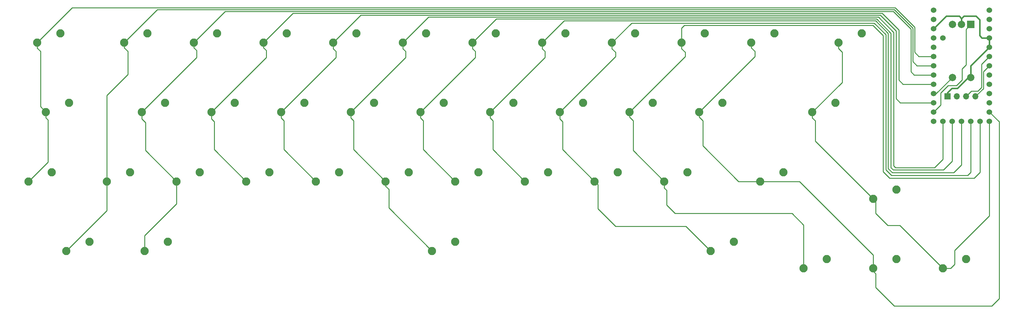
<source format=gtl>
%TF.GenerationSoftware,KiCad,Pcbnew,(6.0.10)*%
%TF.CreationDate,2023-02-19T17:52:48+11:00*%
%TF.ProjectId,whykb,7768796b-622e-46b6-9963-61645f706362,REV1*%
%TF.SameCoordinates,Original*%
%TF.FileFunction,Copper,L1,Top*%
%TF.FilePolarity,Positive*%
%FSLAX46Y46*%
G04 Gerber Fmt 4.6, Leading zero omitted, Abs format (unit mm)*
G04 Created by KiCad (PCBNEW (6.0.10)) date 2023-02-19 17:52:48*
%MOMM*%
%LPD*%
G01*
G04 APERTURE LIST*
%TA.AperFunction,ComponentPad*%
%ADD10C,2.250000*%
%TD*%
%TA.AperFunction,ComponentPad*%
%ADD11R,2.000000X2.000000*%
%TD*%
%TA.AperFunction,ComponentPad*%
%ADD12C,2.000000*%
%TD*%
%TA.AperFunction,ComponentPad*%
%ADD13R,1.700000X1.700000*%
%TD*%
%TA.AperFunction,ComponentPad*%
%ADD14O,1.700000X1.700000*%
%TD*%
%TA.AperFunction,ComponentPad*%
%ADD15C,1.524000*%
%TD*%
%TA.AperFunction,Conductor*%
%ADD16C,0.254000*%
%TD*%
%TA.AperFunction,Conductor*%
%ADD17C,0.381000*%
%TD*%
G04 APERTURE END LIST*
D10*
%TO.P,K40,2*%
%TO.N,Net-(D40-Pad2)*%
X202565000Y-171595000D03*
%TO.P,K40,1*%
%TO.N,col6*%
X196215000Y-174135000D03*
%TD*%
%TO.P,K30,1*%
%TO.N,col6*%
X183515000Y-155085000D03*
%TO.P,K30,2*%
%TO.N,Net-(D30-Pad2)*%
X189865000Y-152545000D03*
%TD*%
%TO.P,K22,1*%
%TO.N,col9*%
X116840000Y-136035000D03*
%TO.P,K22,2*%
%TO.N,Net-(D22-Pad2)*%
X123190000Y-133495000D03*
%TD*%
%TO.P,K37,1*%
%TO.N,col1*%
X316865000Y-178897500D03*
%TO.P,K37,2*%
%TO.N,Net-(D37-Pad2)*%
X323215000Y-176357500D03*
%TD*%
%TO.P,K17,1*%
%TO.N,col4*%
X212090000Y-136035000D03*
%TO.P,K17,2*%
%TO.N,Net-(D17-Pad2)*%
X218440000Y-133495000D03*
%TD*%
%TO.P,K1,1*%
%TO.N,col0*%
X307340000Y-116985000D03*
%TO.P,K1,2*%
%TO.N,Net-(D1-Pad2)*%
X313690000Y-114445000D03*
%TD*%
%TO.P,K8,1*%
%TO.N,col7*%
X169227500Y-116985000D03*
%TO.P,K8,2*%
%TO.N,Net-(D8-Pad2)*%
X175577500Y-114445000D03*
%TD*%
%TO.P,K41,1*%
%TO.N,col9*%
X117633750Y-174135000D03*
%TO.P,K41,2*%
%TO.N,Net-(D41-Pad2)*%
X123983750Y-171595000D03*
%TD*%
%TO.P,K13,1*%
%TO.N,col0*%
X300196250Y-136035000D03*
%TO.P,K13,2*%
%TO.N,Net-(D13-Pad2)*%
X306546250Y-133495000D03*
%TD*%
%TO.P,K16,1*%
%TO.N,col3*%
X231140000Y-136035000D03*
%TO.P,K16,2*%
%TO.N,Net-(D16-Pad2)*%
X237490000Y-133495000D03*
%TD*%
%TO.P,K19,1*%
%TO.N,col6*%
X173990000Y-136035000D03*
%TO.P,K19,2*%
%TO.N,Net-(D19-Pad2)*%
X180340000Y-133495000D03*
%TD*%
%TO.P,K9,1*%
%TO.N,col8*%
X150177500Y-116985000D03*
%TO.P,K9,2*%
%TO.N,Net-(D9-Pad2)*%
X156527500Y-114445000D03*
%TD*%
%TO.P,K4,1*%
%TO.N,col3*%
X245427500Y-116985000D03*
%TO.P,K4,2*%
%TO.N,Net-(D4-Pad2)*%
X251777500Y-114445000D03*
%TD*%
%TO.P,K5,1*%
%TO.N,col4*%
X226377500Y-116985000D03*
%TO.P,K5,2*%
%TO.N,Net-(D5-Pad2)*%
X232727500Y-114445000D03*
%TD*%
%TO.P,K26,1*%
%TO.N,col2*%
X259715000Y-155085000D03*
%TO.P,K26,2*%
%TO.N,Net-(D26-Pad2)*%
X266065000Y-152545000D03*
%TD*%
%TO.P,K23,1*%
%TO.N,col11*%
X90646250Y-136035000D03*
%TO.P,K23,2*%
%TO.N,Net-(D23-Pad2)*%
X96996250Y-133495000D03*
%TD*%
%TO.P,K36,1*%
%TO.N,col0*%
X335915000Y-178897500D03*
%TO.P,K36,2*%
%TO.N,Net-(D36-Pad2)*%
X342265000Y-176357500D03*
%TD*%
%TO.P,K35,1*%
%TO.N,col11*%
X85883750Y-155085000D03*
%TO.P,K35,2*%
%TO.N,Net-(D35-Pad2)*%
X92233750Y-152545000D03*
%TD*%
%TO.P,K31,1*%
%TO.N,col7*%
X164465000Y-155085000D03*
%TO.P,K31,2*%
%TO.N,Net-(D31-Pad2)*%
X170815000Y-152545000D03*
%TD*%
%TO.P,K25,1*%
%TO.N,col1*%
X285908750Y-155085000D03*
%TO.P,K25,2*%
%TO.N,Net-(D25-Pad2)*%
X292258750Y-152545000D03*
%TD*%
%TO.P,K7,1*%
%TO.N,col6*%
X188277500Y-116985000D03*
%TO.P,K7,2*%
%TO.N,Net-(D7-Pad2)*%
X194627500Y-114445000D03*
%TD*%
%TO.P,K2,1*%
%TO.N,col1*%
X283527500Y-116985000D03*
%TO.P,K2,2*%
%TO.N,Net-(D2-Pad2)*%
X289877500Y-114445000D03*
%TD*%
%TO.P,K38,1*%
%TO.N,col2*%
X297815000Y-178897500D03*
%TO.P,K38,2*%
%TO.N,Net-(D38-Pad2)*%
X304165000Y-176357500D03*
%TD*%
%TO.P,K14,1*%
%TO.N,col1*%
X269240000Y-136035000D03*
%TO.P,K14,2*%
%TO.N,Net-(D14-Pad2)*%
X275590000Y-133495000D03*
%TD*%
%TO.P,K28,1*%
%TO.N,col4*%
X221615000Y-155085000D03*
%TO.P,K28,2*%
%TO.N,Net-(D28-Pad2)*%
X227965000Y-152545000D03*
%TD*%
%TO.P,K3,1*%
%TO.N,col2*%
X264477500Y-116985000D03*
%TO.P,K3,2*%
%TO.N,Net-(D3-Pad2)*%
X270827500Y-114445000D03*
%TD*%
%TO.P,K33,1*%
%TO.N,col9*%
X126365000Y-155085000D03*
%TO.P,K33,2*%
%TO.N,Net-(D33-Pad2)*%
X132715000Y-152545000D03*
%TD*%
%TO.P,K42,1*%
%TO.N,col10*%
X96202500Y-174135000D03*
%TO.P,K42,2*%
%TO.N,Net-(D42-Pad2)*%
X102552500Y-171595000D03*
%TD*%
%TO.P,K32,1*%
%TO.N,col8*%
X145415000Y-155085000D03*
%TO.P,K32,2*%
%TO.N,Net-(D32-Pad2)*%
X151765000Y-152545000D03*
%TD*%
%TO.P,K20,1*%
%TO.N,col7*%
X154940000Y-136035000D03*
%TO.P,K20,2*%
%TO.N,Net-(D20-Pad2)*%
X161290000Y-133495000D03*
%TD*%
%TO.P,K21,1*%
%TO.N,col8*%
X135890000Y-136035000D03*
%TO.P,K21,2*%
%TO.N,Net-(D21-Pad2)*%
X142240000Y-133495000D03*
%TD*%
%TO.P,K24,1*%
%TO.N,col0*%
X316865000Y-159847500D03*
%TO.P,K24,2*%
%TO.N,Net-(D24-Pad2)*%
X323215000Y-157307500D03*
%TD*%
%TO.P,K11,1*%
%TO.N,col10*%
X112077500Y-116985000D03*
%TO.P,K11,2*%
%TO.N,Net-(D11-Pad2)*%
X118427500Y-114445000D03*
%TD*%
%TO.P,K18,1*%
%TO.N,col5*%
X193040000Y-136035000D03*
%TO.P,K18,2*%
%TO.N,Net-(D18-Pad2)*%
X199390000Y-133495000D03*
%TD*%
%TO.P,K34,1*%
%TO.N,col10*%
X107315000Y-155085000D03*
%TO.P,K34,2*%
%TO.N,Net-(D34-Pad2)*%
X113665000Y-152545000D03*
%TD*%
%TO.P,K29,1*%
%TO.N,col5*%
X202565000Y-155085000D03*
%TO.P,K29,2*%
%TO.N,Net-(D29-Pad2)*%
X208915000Y-152545000D03*
%TD*%
%TO.P,K6,1*%
%TO.N,col5*%
X207327500Y-116985000D03*
%TO.P,K6,2*%
%TO.N,Net-(D6-Pad2)*%
X213677500Y-114445000D03*
%TD*%
%TO.P,K10,1*%
%TO.N,col9*%
X131127500Y-116985000D03*
%TO.P,K10,2*%
%TO.N,Net-(D10-Pad2)*%
X137477500Y-114445000D03*
%TD*%
%TO.P,K12,1*%
%TO.N,col11*%
X88265000Y-116985000D03*
%TO.P,K12,2*%
%TO.N,Net-(D12-Pad2)*%
X94615000Y-114445000D03*
%TD*%
D11*
%TO.P,SW2,A,A*%
%TO.N,outA*%
X343495000Y-112025000D03*
D12*
%TO.P,SW2,B,B*%
%TO.N,outB*%
X338495000Y-112025000D03*
%TO.P,SW2,C,C*%
%TO.N,GND*%
X340995000Y-112025000D03*
%TO.P,SW2,S1,S1*%
%TO.N,D22*%
X338495000Y-126525000D03*
%TO.P,SW2,S2,S2*%
%TO.N,GND*%
X343495000Y-126525000D03*
%TD*%
D10*
%TO.P,K15,1*%
%TO.N,col2*%
X250190000Y-136035000D03*
%TO.P,K15,2*%
%TO.N,Net-(D15-Pad2)*%
X256540000Y-133495000D03*
%TD*%
%TO.P,K39,1*%
%TO.N,col3*%
X272415000Y-174135000D03*
%TO.P,K39,2*%
%TO.N,Net-(D39-Pad2)*%
X278765000Y-171595000D03*
%TD*%
D13*
%TO.P,U2,1,Pin_1*%
%TO.N,GND*%
X337173000Y-131737000D03*
D14*
%TO.P,U2,2,Pin_2*%
%TO.N,VCC*%
X339713000Y-131737000D03*
%TO.P,U2,3,Pin_3*%
%TO.N,SCL*%
X342253000Y-131737000D03*
%TO.P,U2,4,Pin_4*%
%TO.N,SDA*%
X344793000Y-131737000D03*
%TD*%
D10*
%TO.P,K27,1*%
%TO.N,col3*%
X240665000Y-155085000D03*
%TO.P,K27,2*%
%TO.N,Net-(D27-Pad2)*%
X247015000Y-152545000D03*
%TD*%
D15*
%TO.P,U1,1,D+*%
%TO.N,unconnected-(U1-Pad1)*%
X348615000Y-108095000D03*
%TO.P,U1,2,TX/D0*%
%TO.N,unconnected-(U1-Pad2)*%
X348615000Y-110635000D03*
%TO.P,U1,3,RX/D1*%
%TO.N,unconnected-(U1-Pad3)*%
X348615000Y-113175000D03*
%TO.P,U1,4,GND*%
%TO.N,GND*%
X348615000Y-115715000D03*
%TO.P,U1,5,GND*%
X348615000Y-118255000D03*
%TO.P,U1,6,SDA/D2*%
%TO.N,SCL*%
X348615000Y-120795000D03*
%TO.P,U1,7,SCL/D3*%
%TO.N,SDA*%
X348615000Y-123335000D03*
%TO.P,U1,8,D4*%
%TO.N,row0*%
X348615000Y-125875000D03*
%TO.P,U1,9,D5*%
%TO.N,row3*%
X348615000Y-128415000D03*
%TO.P,U1,10,D6*%
%TO.N,row2*%
X348615000Y-130955000D03*
%TO.P,U1,11,D7*%
%TO.N,row1*%
X348615000Y-133495000D03*
%TO.P,U1,12,D8*%
%TO.N,col1*%
X348615000Y-136035000D03*
%TO.P,U1,13,D9*%
%TO.N,col0*%
X348615000Y-138575000D03*
%TO.P,U1,14,D12*%
%TO.N,col2*%
X346075000Y-138575000D03*
%TO.P,U1,15,D13*%
%TO.N,col3*%
X343535000Y-138575000D03*
%TO.P,U1,16,D14*%
%TO.N,col4*%
X340995000Y-138575000D03*
%TO.P,U1,17,D15*%
%TO.N,col5*%
X338455000Y-138575000D03*
%TO.P,U1,18,D16*%
%TO.N,col6*%
X335915000Y-138575000D03*
%TO.P,U1,19,nCS/D21*%
%TO.N,outB*%
X333375000Y-138575000D03*
%TO.P,U1,20,MOSI/D23*%
%TO.N,outA*%
X333375000Y-136035000D03*
%TO.P,U1,21,MISO/D20*%
%TO.N,col7*%
X333375000Y-133495000D03*
%TO.P,U1,22,SCK/D22*%
%TO.N,D22*%
X333375000Y-130955000D03*
%TO.P,U1,23,ADC0/D26*%
%TO.N,col8*%
X333375000Y-128415000D03*
%TO.P,U1,24,ADC1/D27*%
%TO.N,col9*%
X333375000Y-125875000D03*
%TO.P,U1,25,ADC2/D28*%
%TO.N,col10*%
X333375000Y-123335000D03*
%TO.P,U1,26,ADC3/D29*%
%TO.N,col11*%
X333375000Y-120795000D03*
%TO.P,U1,27,3V3*%
%TO.N,VCC*%
X333375000Y-118255000D03*
%TO.P,U1,28,5V/D25*%
%TO.N,unconnected-(U1-Pad28)*%
X335915000Y-115715000D03*
%TO.P,U1,29,nRST*%
%TO.N,unconnected-(U1-Pad29)*%
X333375000Y-115715000D03*
%TO.P,U1,30,GND*%
%TO.N,GND*%
X333375000Y-113175000D03*
%TO.P,U1,31,RAW*%
%TO.N,unconnected-(U1-Pad31)*%
X333375000Y-110635000D03*
%TO.P,U1,32,D-*%
%TO.N,unconnected-(U1-Pad32)*%
X333375000Y-108095000D03*
%TD*%
D16*
%TO.N,col1*%
X349250000Y-189230000D02*
X351282000Y-187198000D01*
X317500000Y-184150000D02*
X322580000Y-189230000D01*
X322580000Y-189230000D02*
X349250000Y-189230000D01*
X317500000Y-180340000D02*
X317500000Y-184150000D01*
X351282000Y-138702000D02*
X348615000Y-136035000D01*
X316865000Y-179705000D02*
X317500000Y-180340000D01*
X351282000Y-187198000D02*
X351282000Y-138702000D01*
X316865000Y-178897500D02*
X316865000Y-179705000D01*
%TO.N,col2*%
X346075000Y-152527000D02*
X346075000Y-138575000D01*
X344424000Y-154178000D02*
X346075000Y-152527000D01*
X316738000Y-112268000D02*
X319532000Y-115062000D01*
X265176000Y-112268000D02*
X316738000Y-112268000D01*
X319532000Y-152400000D02*
X321310000Y-154178000D01*
X321310000Y-154178000D02*
X344424000Y-154178000D01*
X264477500Y-112966500D02*
X265176000Y-112268000D01*
X319532000Y-115062000D02*
X319532000Y-152400000D01*
X264477500Y-116985000D02*
X264477500Y-112966500D01*
%TO.N,col3*%
X321818000Y-153416000D02*
X342646000Y-153416000D01*
X320294000Y-151892000D02*
X321818000Y-153416000D01*
X317119000Y-111633000D02*
X320294000Y-114808000D01*
X320294000Y-114808000D02*
X320294000Y-151892000D01*
X343535000Y-152527000D02*
X343535000Y-138575000D01*
X250779500Y-111633000D02*
X317119000Y-111633000D01*
X342646000Y-153416000D02*
X343535000Y-152527000D01*
X245427500Y-116985000D02*
X250779500Y-111633000D01*
%TO.N,col11*%
X329329000Y-120795000D02*
X333375000Y-120795000D01*
X328168000Y-119634000D02*
X329329000Y-120795000D01*
X328168000Y-112776000D02*
X328168000Y-119634000D01*
X322834000Y-107442000D02*
X328168000Y-112776000D01*
X97808000Y-107442000D02*
X322834000Y-107442000D01*
X88265000Y-116985000D02*
X97808000Y-107442000D01*
%TO.N,col10*%
X327660000Y-122174000D02*
X328821000Y-123335000D01*
X328821000Y-123335000D02*
X333375000Y-123335000D01*
X322580000Y-107950000D02*
X327660000Y-113030000D01*
X327660000Y-113030000D02*
X327660000Y-122174000D01*
X112077500Y-116985000D02*
X121112500Y-107950000D01*
X121112500Y-107950000D02*
X322580000Y-107950000D01*
%TO.N,col9*%
X328059000Y-125875000D02*
X333375000Y-125875000D01*
X322326000Y-108458000D02*
X327152000Y-113284000D01*
X327152000Y-113284000D02*
X327152000Y-124968000D01*
X139654500Y-108458000D02*
X322326000Y-108458000D01*
X327152000Y-124968000D02*
X328059000Y-125875000D01*
X131127500Y-116985000D02*
X139654500Y-108458000D01*
%TO.N,col6*%
X333629000Y-151257000D02*
X335915000Y-148971000D01*
X322961000Y-151257000D02*
X333629000Y-151257000D01*
X322453000Y-114173000D02*
X322453000Y-150749000D01*
X318262000Y-109982000D02*
X322453000Y-114173000D01*
X335915000Y-148971000D02*
X335915000Y-138575000D01*
X195280500Y-109982000D02*
X318262000Y-109982000D01*
X322453000Y-150749000D02*
X322961000Y-151257000D01*
X188277500Y-116985000D02*
X195280500Y-109982000D01*
%TO.N,col4*%
X322072000Y-152654000D02*
X338836000Y-152654000D01*
X338836000Y-152654000D02*
X340995000Y-150495000D01*
X320929000Y-151511000D02*
X322072000Y-152654000D01*
X320929000Y-114427000D02*
X320929000Y-151511000D01*
X340995000Y-150495000D02*
X340995000Y-138575000D01*
X232364500Y-110998000D02*
X317500000Y-110998000D01*
X317500000Y-110998000D02*
X320929000Y-114427000D01*
X226377500Y-116985000D02*
X232364500Y-110998000D01*
%TO.N,col5*%
X338455000Y-149479000D02*
X338455000Y-138575000D01*
X336042000Y-151892000D02*
X338455000Y-149479000D01*
X321691000Y-151257000D02*
X322326000Y-151892000D01*
X321691000Y-114427000D02*
X321691000Y-151257000D01*
X317754000Y-110490000D02*
X321691000Y-114427000D01*
X322326000Y-151892000D02*
X336042000Y-151892000D01*
X213822500Y-110490000D02*
X317754000Y-110490000D01*
X207327500Y-116985000D02*
X213822500Y-110490000D01*
%TO.N,col8*%
X325011000Y-128415000D02*
X333375000Y-128415000D01*
X323850000Y-113538000D02*
X323850000Y-127254000D01*
X319278000Y-108966000D02*
X323850000Y-113538000D01*
X323850000Y-127254000D02*
X325011000Y-128415000D01*
X158196500Y-108966000D02*
X319278000Y-108966000D01*
X150177500Y-116985000D02*
X158196500Y-108966000D01*
%TO.N,col7*%
X324249000Y-133495000D02*
X333375000Y-133495000D01*
X318770000Y-109474000D02*
X323088000Y-113792000D01*
X176738500Y-109474000D02*
X318770000Y-109474000D01*
X323088000Y-132334000D02*
X324249000Y-133495000D01*
X169227500Y-116985000D02*
X176738500Y-109474000D01*
X323088000Y-113792000D02*
X323088000Y-132334000D01*
%TO.N,col0*%
X317500000Y-163830000D02*
X320802000Y-167132000D01*
X317500000Y-160482500D02*
X317500000Y-163830000D01*
X335915000Y-178897500D02*
X337992500Y-178897500D01*
X307340000Y-116985000D02*
X307340000Y-118618000D01*
X339090000Y-173990000D02*
X348615000Y-164465000D01*
X300990000Y-143972500D02*
X316865000Y-159847500D01*
X300990000Y-138430000D02*
X300990000Y-143972500D01*
X300196250Y-137636250D02*
X300990000Y-138430000D01*
X307340000Y-118618000D02*
X308356000Y-119634000D01*
X308356000Y-127875250D02*
X300196250Y-136035000D01*
X316865000Y-159847500D02*
X317500000Y-160482500D01*
X348615000Y-164465000D02*
X348615000Y-138575000D01*
X300196250Y-136035000D02*
X300196250Y-137636250D01*
X339090000Y-177800000D02*
X339090000Y-173990000D01*
X320802000Y-167132000D02*
X324149500Y-167132000D01*
X308356000Y-119634000D02*
X308356000Y-127875250D01*
X324149500Y-167132000D02*
X335915000Y-178897500D01*
X337992500Y-178897500D02*
X339090000Y-177800000D01*
%TO.N,col1*%
X269240000Y-137414000D02*
X270256000Y-138430000D01*
X285908750Y-155085000D02*
X296690000Y-155085000D01*
X296690000Y-155085000D02*
X316865000Y-175260000D01*
X316865000Y-175260000D02*
X316865000Y-178897500D01*
X284480000Y-119380000D02*
X284480000Y-120795000D01*
X283527500Y-116985000D02*
X283527500Y-118427500D01*
X270256000Y-145288000D02*
X280053000Y-155085000D01*
X284480000Y-120795000D02*
X269240000Y-136035000D01*
X280053000Y-155085000D02*
X285908750Y-155085000D01*
X283527500Y-118427500D02*
X284480000Y-119380000D01*
X270256000Y-138430000D02*
X270256000Y-145288000D01*
X269240000Y-136035000D02*
X269240000Y-137414000D01*
%TO.N,col2*%
X264477500Y-118681500D02*
X265430000Y-119634000D01*
X251206000Y-138430000D02*
X251206000Y-146576000D01*
X260350000Y-161544000D02*
X262636000Y-163830000D01*
X259715000Y-155085000D02*
X259715000Y-156845000D01*
X265430000Y-119634000D02*
X265430000Y-120795000D01*
X259715000Y-156845000D02*
X260350000Y-157480000D01*
X250190000Y-137414000D02*
X251206000Y-138430000D01*
X264477500Y-116985000D02*
X264477500Y-118681500D01*
X262636000Y-163830000D02*
X294640000Y-163830000D01*
X294640000Y-163830000D02*
X297815000Y-167005000D01*
X250190000Y-136035000D02*
X250190000Y-137414000D01*
X297815000Y-167005000D02*
X297815000Y-178897500D01*
X265430000Y-120795000D02*
X250190000Y-136035000D01*
X251206000Y-146576000D02*
X259715000Y-155085000D01*
X260350000Y-157480000D02*
X260350000Y-161544000D01*
%TO.N,col3*%
X240665000Y-155085000D02*
X241554000Y-155974000D01*
X245427500Y-116985000D02*
X245427500Y-118681500D01*
X231140000Y-136035000D02*
X231140000Y-137922000D01*
X265666000Y-167386000D02*
X272415000Y-174135000D01*
X246380000Y-167386000D02*
X265666000Y-167386000D01*
X241554000Y-155974000D02*
X241554000Y-162560000D01*
X246380000Y-120795000D02*
X231140000Y-136035000D01*
X246380000Y-119634000D02*
X246380000Y-120795000D01*
X241554000Y-162560000D02*
X246380000Y-167386000D01*
X245427500Y-118681500D02*
X246380000Y-119634000D01*
X231902000Y-138684000D02*
X231902000Y-146322000D01*
X231140000Y-137922000D02*
X231902000Y-138684000D01*
X231902000Y-146322000D02*
X240665000Y-155085000D01*
%TO.N,col4*%
X226377500Y-116985000D02*
X226377500Y-118681500D01*
X212090000Y-137668000D02*
X212852000Y-138430000D01*
X227076000Y-119380000D02*
X227076000Y-121049000D01*
X212852000Y-138430000D02*
X212852000Y-146322000D01*
X212852000Y-146322000D02*
X221615000Y-155085000D01*
X226377500Y-118681500D02*
X227076000Y-119380000D01*
X227076000Y-121049000D02*
X212090000Y-136035000D01*
X212090000Y-136035000D02*
X212090000Y-137668000D01*
%TO.N,col5*%
X193040000Y-137668000D02*
X193802000Y-138430000D01*
X208026000Y-119380000D02*
X208026000Y-121049000D01*
X208026000Y-121049000D02*
X193040000Y-136035000D01*
X193802000Y-138430000D02*
X193802000Y-146322000D01*
X207327500Y-118681500D02*
X208026000Y-119380000D01*
X193802000Y-146322000D02*
X202565000Y-155085000D01*
X207327500Y-116985000D02*
X207327500Y-118681500D01*
X193040000Y-136035000D02*
X193040000Y-137668000D01*
%TO.N,col6*%
X174752000Y-146322000D02*
X183515000Y-155085000D01*
X174752000Y-138430000D02*
X174752000Y-146322000D01*
X188976000Y-119380000D02*
X188976000Y-121049000D01*
X183515000Y-155085000D02*
X183515000Y-156337000D01*
X184404000Y-162324000D02*
X196215000Y-174135000D01*
X173990000Y-137668000D02*
X174752000Y-138430000D01*
X188277500Y-118681500D02*
X188976000Y-119380000D01*
X173990000Y-136035000D02*
X173990000Y-137668000D01*
X183515000Y-156337000D02*
X184404000Y-157226000D01*
X184404000Y-157226000D02*
X184404000Y-162324000D01*
X188976000Y-121049000D02*
X173990000Y-136035000D01*
X188277500Y-116985000D02*
X188277500Y-118681500D01*
%TO.N,col7*%
X169227500Y-116985000D02*
X169227500Y-118681500D01*
X169926000Y-121049000D02*
X154940000Y-136035000D01*
X154940000Y-136035000D02*
X154940000Y-137668000D01*
X169227500Y-118681500D02*
X169926000Y-119380000D01*
X169926000Y-119380000D02*
X169926000Y-121049000D01*
X155702000Y-138430000D02*
X155702000Y-146304000D01*
X154940000Y-137668000D02*
X155702000Y-138430000D01*
X155693000Y-146313000D02*
X164465000Y-155085000D01*
%TO.N,col8*%
X136643000Y-146313000D02*
X145415000Y-155085000D01*
X135890000Y-136035000D02*
X135890000Y-137922000D01*
X135890000Y-137922000D02*
X136652000Y-138684000D01*
X150876000Y-119126000D02*
X150876000Y-121049000D01*
X150177500Y-118427500D02*
X150876000Y-119126000D01*
X136652000Y-138684000D02*
X136652000Y-146304000D01*
X150876000Y-121049000D02*
X135890000Y-136035000D01*
X150177500Y-116985000D02*
X150177500Y-118427500D01*
%TO.N,col9*%
X131826000Y-119126000D02*
X131826000Y-121049000D01*
X117633750Y-174135000D02*
X117633750Y-169894250D01*
X117856000Y-146576000D02*
X126365000Y-155085000D01*
X116840000Y-136035000D02*
X116840000Y-137922000D01*
X131127500Y-118427500D02*
X131826000Y-119126000D01*
X131127500Y-116985000D02*
X131127500Y-118427500D01*
X116840000Y-137922000D02*
X117856000Y-138938000D01*
X117633750Y-169894250D02*
X126365000Y-161163000D01*
X131826000Y-121049000D02*
X116840000Y-136035000D01*
X126365000Y-161163000D02*
X126365000Y-155085000D01*
X117856000Y-138938000D02*
X117856000Y-146576000D01*
%TO.N,col10*%
X107315000Y-163022500D02*
X96202500Y-174135000D01*
X113030000Y-119380000D02*
X113030000Y-125730000D01*
X113030000Y-125730000D02*
X107315000Y-131445000D01*
X107315000Y-155085000D02*
X107315000Y-163022500D01*
X112077500Y-116985000D02*
X112077500Y-118427500D01*
X107315000Y-131445000D02*
X107315000Y-155085000D01*
X112077500Y-118427500D02*
X113030000Y-119380000D01*
%TO.N,col11*%
X91186000Y-138176000D02*
X91186000Y-149782750D01*
X90646250Y-137636250D02*
X91186000Y-138176000D01*
X90646250Y-136035000D02*
X90646250Y-137636250D01*
X88265000Y-116985000D02*
X88265000Y-118491000D01*
X89154000Y-134542750D02*
X90646250Y-136035000D01*
X89154000Y-119380000D02*
X89154000Y-134542750D01*
X91186000Y-149782750D02*
X85883750Y-155085000D01*
X88265000Y-118491000D02*
X89154000Y-119380000D01*
D17*
%TO.N,GND*%
X348615000Y-115715000D02*
X348615000Y-118255000D01*
X340995000Y-110363000D02*
X340995000Y-112025000D01*
X346601000Y-115715000D02*
X348615000Y-115715000D01*
X343495000Y-126525000D02*
X343495000Y-123375000D01*
X344932000Y-109728000D02*
X345948000Y-110744000D01*
X337173000Y-130695000D02*
X338328000Y-129540000D01*
X345948000Y-115062000D02*
X346601000Y-115715000D01*
X342867000Y-126525000D02*
X343495000Y-126525000D01*
X341630000Y-109728000D02*
X344932000Y-109728000D01*
X333375000Y-113175000D02*
X336822000Y-109728000D01*
X343495000Y-123375000D02*
X348615000Y-118255000D01*
X345948000Y-110744000D02*
X345948000Y-115062000D01*
X339852000Y-129540000D02*
X342867000Y-126525000D01*
X340360000Y-109728000D02*
X340995000Y-110363000D01*
X336822000Y-109728000D02*
X340360000Y-109728000D01*
X338328000Y-129540000D02*
X339852000Y-129540000D01*
X337173000Y-131737000D02*
X337173000Y-130695000D01*
X340995000Y-110363000D02*
X341630000Y-109728000D01*
D16*
%TO.N,outA*%
X335280000Y-130810000D02*
X337312000Y-128778000D01*
X342215600Y-113304400D02*
X342215600Y-123112400D01*
X335280000Y-134130000D02*
X335280000Y-130810000D01*
X339598000Y-128778000D02*
X341122000Y-127254000D01*
X341122000Y-124206000D02*
X342215600Y-123112400D01*
X337312000Y-128778000D02*
X339598000Y-128778000D01*
X341122000Y-127254000D02*
X341122000Y-124206000D01*
X333375000Y-136035000D02*
X335280000Y-134130000D01*
X343495000Y-112025000D02*
X342215600Y-113304400D01*
%TO.N,D22*%
X338495000Y-126525000D02*
X334065000Y-130955000D01*
X334065000Y-130955000D02*
X333375000Y-130955000D01*
%TO.N,SCL*%
X346456000Y-129286000D02*
X345440000Y-130302000D01*
X346456000Y-129286000D02*
X346456000Y-122954000D01*
X345440000Y-130302000D02*
X343688000Y-130302000D01*
X343688000Y-130302000D02*
X342253000Y-131737000D01*
X346456000Y-122954000D02*
X348615000Y-120795000D01*
%TO.N,SDA*%
X344793000Y-131737000D02*
X346964000Y-129566000D01*
X346964000Y-129566000D02*
X346964000Y-124986000D01*
X346964000Y-124986000D02*
X348615000Y-123335000D01*
%TD*%
M02*

</source>
